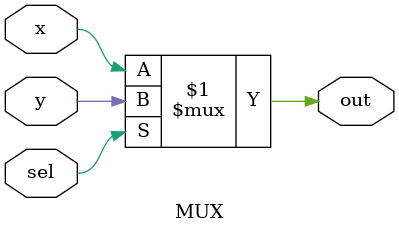
<source format=v>
`timescale 1ns / 1ps

module MUX(input x, y, sel, output out);
	assign out = sel ? y : x;
endmodule

</source>
